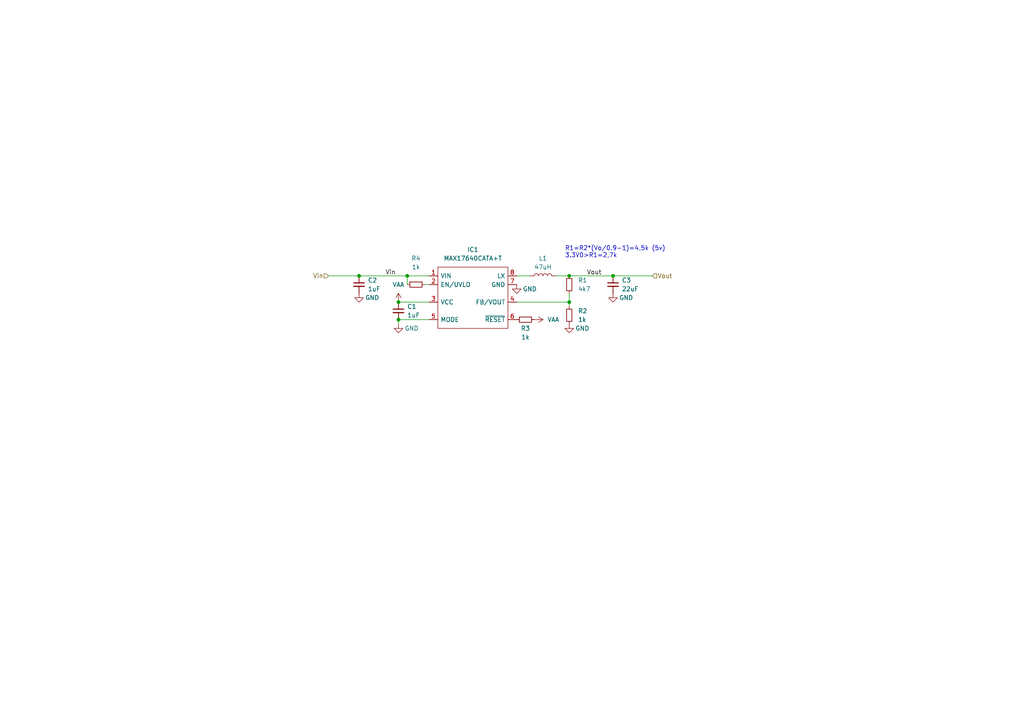
<source format=kicad_sch>
(kicad_sch (version 20231120) (generator "eeschema") (generator_version "8.0")
  (paper "A4")
  (title_block (title "Max17640") (date "2023-10-03") (rev "1.0") (company "Lykketronic"))
  (lib_symbols
    (symbol "Device:C_Small" (pin_numbers hide) (pin_names (offset 0.254) hide)
      (property "Reference" "C" (at 0.254 1.778 0))
      (property "Value" "C_Small" (at 0.254 -2.032 0))
      (symbol "C_Small_0_1"
        (polyline (pts (xy -1.524 -0.508) (xy 1.524 -0.508)) (stroke (width 0.3302)))
        (polyline (pts (xy -1.524 0.508) (xy 1.524 0.508)) (stroke (width 0.3048)))
      )
      (symbol "C_Small_1_1"
        (pin passive line (at 0 2.54 270) (length 2.032) (name "~") (number "1"))
        (pin passive line (at 0 -2.54 90) (length 2.032) (name "~") (number "2"))
      )
    )
    (symbol "Device:L" (pin_numbers hide) (pin_names (offset 1.016) hide)
      (property "Reference" "L" (at -1.27 0 90))
      (property "Value" "L" (at 1.905 0 90))
      (symbol "L_0_1"
        (arc (start 0 -2.54) (mid 0.6323 -1.905) (end 0 -1.27))
        (arc (start 0 -1.27) (mid 0.6323 -0.635) (end 0 0))
        (arc (start 0 0) (mid 0.6323 0.635) (end 0 1.27))
        (arc (start 0 1.27) (mid 0.6323 1.905) (end 0 2.54))
      )
      (symbol "L_1_1"
        (pin passive line (at 0 3.81 270) (length 1.27) (name "1") (number "1"))
        (pin passive line (at 0 -3.81 90) (length 1.27) (name "2") (number "2"))
      )
    )
    (symbol "Device:R_Small" (pin_numbers hide) (pin_names (offset 0.254) hide)
      (property "Reference" "R" (at 0.762 0.508 0))
      (property "Value" "R_Small" (at 0.762 -1.016 0))
      (symbol "R_Small_0_1"
        (rectangle (start -0.762 1.778) (end 0.762 -1.778) (stroke (width 0.2032)))
      )
      (symbol "R_Small_1_1"
        (pin passive line (at 0 2.54 270) (length 0.762) (name "~") (number "1"))
        (pin passive line (at 0 -2.54 90) (length 0.762) (name "~") (number "2"))
      )
    )
    (symbol "GL_DCDC:MAX17640CATA+T" (pin_names (offset 0.762))
      (property "Reference" "IC" (at 31.75 7.62 0))
      (property "Value" "MAX17640CATA+T" (at 31.75 5.08 0))
      (symbol "MAX17640CATA+T_0_1"
        (rectangle (start 5.08 2.54) (end 25.4 -15.24))
      )
      (symbol "MAX17640CATA+T_1_0"
        (pin passive line (at 2.54 0 0) (length 2.54) (name "VIN") (number "1"))
        (pin passive line (at 2.54 -2.54 0) (length 2.54) (name "EN/UVLO") (number "2"))
        (pin passive line (at 2.54 -7.62 0) (length 2.54) (name "VCC") (number "3"))
        (pin passive line (at 27.94 -7.62 180) (length 2.54) (name "FB/VOUT") (number "4"))
        (pin passive line (at 2.54 -12.7 0) (length 2.54) (name "MODE") (number "5"))
        (pin passive line (at 27.94 -12.7 180) (length 2.54) (name "~{RESET}") (number "6"))
        (pin passive line (at 27.94 -2.54 180) (length 2.54) (name "GND") (number "7"))
        (pin passive line (at 27.94 0 180) (length 2.54) (name "LX") (number "8"))
      )
    )
    (symbol "power:GND" (power) (pin_names (offset 0))
      (property "Value" "GND" (at 0 -3.81 0))
      (symbol "GND_0_1"
        (polyline (pts (xy 0 0) (xy 0 -1.27) (xy 1.27 -1.27) (xy 0 -2.54) (xy -1.27 -1.27) (xy 0 -1.27)))
      )
      (symbol "GND_1_1"
        (pin power_in line (at 0 0 270) (length 0) hide (name "GND") (number "1"))
      )
    )
    (symbol "power:VAA" (power) (pin_names (offset 0))
      (property "Value" "VAA" (at 0 3.81 0))
      (symbol "VAA_0_1"
        (polyline (pts (xy -0.762 1.27) (xy 0 2.54)))
        (polyline (pts (xy 0 0) (xy 0 2.54)))
        (polyline (pts (xy 0 2.54) (xy 0.762 1.27)))
      )
      (symbol "VAA_1_1"
        (pin power_in line (at 0 0 90) (length 0) hide (name "VAA") (number "1"))
      )
    )
  )
  (junction (at 115.57 87.63))
  (junction (at 177.8 80.01))
  (junction (at 165.1 80.01))
  (junction (at 165.1 87.63))
  (junction (at 104.14 80.01))
  (junction (at 118.11 80.01))
  (junction (at 115.57 92.71))
  (wire (pts (xy 165.1 80.01) (xy 177.8 80.01)))
  (wire (pts (xy 123.19 82.55) (xy 124.46 82.55)))
  (wire (pts (xy 165.1 87.63) (xy 165.1 88.9)))
  (wire (pts (xy 118.11 80.01) (xy 118.11 82.55)))
  (wire (pts (xy 161.29 80.01) (xy 165.1 80.01)))
  (wire (pts (xy 149.86 80.01) (xy 153.67 80.01)))
  (wire (pts (xy 115.57 87.63) (xy 124.46 87.63)))
  (wire (pts (xy 177.8 80.01) (xy 189.23 80.01)))
  (wire (pts (xy 118.11 80.01) (xy 124.46 80.01)))
  (wire (pts (xy 115.57 92.71) (xy 115.57 93.98)))
  (wire (pts (xy 165.1 85.09) (xy 165.1 87.63)))
  (wire (pts (xy 104.14 80.01) (xy 118.11 80.01)))
  (wire (pts (xy 115.57 92.71) (xy 124.46 92.71)))
  (wire (pts (xy 149.86 87.63) (xy 165.1 87.63)))
  (wire (pts (xy 95.25 80.01) (xy 104.14 80.01)))
  (text "R1=R2*(Vo/0.9-1)=4,5k (5v)\n3.3V0>R1=2,7k" (at 163.83 74.93 0) (effects (font (size 1.27 1.27)) (justify left bottom)))
  (label "Vin" (at 111.76 80.01 0))
  (label "Vout" (at 170.18 80.01 0))
  (hierarchical_label "Vin" (shape input) (at 95.25 80.01 180))
  (hierarchical_label "Vout" (shape input) (at 189.23 80.01 0))
  (symbol (lib_id "power:GND") (at 177.8 85.09 0) (unit 1)
    (property "Reference" "#PWR05" (effects (hide yes)))
    (property "Value" "GND" (at 181.61 86.36 0))
  )
  (symbol (lib_id "Device:R_Small") (at 165.1 82.55 0) (unit 1)
    (property "Reference" "R1" (at 167.64 81.28 0) (effects (justify left)))
    (property "Value" "4k7" (at 167.64 83.82 0) (effects (justify left)))
    (property "Footprint" "Capacitor_SMD:C_0603_1608Metric" (effects (hide yes)))
  )
  (symbol (lib_id "power:VAA") (at 115.57 87.63 0) (unit 1)
    (property "Reference" "#PWR06" (effects (hide yes)))
    (property "Value" "VAA" (at 115.57 82.55 0))
  )
  (symbol (lib_id "GL_DCDC:MAX17640CATA+T") (at 121.92 80.01 0) (unit 1)
    (property "Reference" "IC1" (at 137.16 72.39 0))
    (property "Value" "MAX17640CATA+T" (at 137.16 74.93 0))
    (property "Footprint" "GL_DCDC:TDFN-8" (effects (hide yes)))
    (property "Datasheet" "https://datasheets.maximintegrated.com/en/ds/MAX17640.pdf" (effects (hide yes)))
    (property "Description" "60V, 400mA, Ultra-Small, High-Efficiency, Synchronous Step-Down DC-DC Converters" (effects (hide yes)))
    (property "Height" "0.8" (effects (hide yes)))
    (property "Mouser Part Number" "700-MAX17640CATAT" (effects (hide yes)))
    (property "Mouser Price/Stock" "https://www.mouser.co.uk/ProductDetail/Analog-Devices-Maxim-Integrated/MAX17640CATA%2bT?qs=Jslch3jnSjnPpYrboX%2F3Aw%3D%3D" (effects (hide yes)))
    (property "Manufacturer_Name" "Analog Devices" (effects (hide yes)))
    (property "Manufacturer_Part_Number" "MAX17640CATA+T" (effects (hide yes)))
  )
  (symbol (lib_id "Device:C_Small") (at 115.57 90.17 0) (unit 1)
    (property "Reference" "C1" (at 118.11 88.9063 0) (effects (justify left)))
    (property "Value" "1uF" (at 118.11 91.4463 0) (effects (justify left)))
    (property "Footprint" "Capacitor_SMD:C_1206_3216Metric" (effects (hide yes)))
  )
  (symbol (lib_id "power:GND") (at 149.86 82.55 0) (unit 1)
    (property "Reference" "#PWR01" (effects (hide yes)))
    (property "Value" "GND" (at 153.67 83.82 0))
  )
  (symbol (lib_id "power:GND") (at 104.14 85.09 0) (unit 1)
    (property "Reference" "#PWR04" (effects (hide yes)))
    (property "Value" "GND" (at 107.95 86.36 0))
  )
  (symbol (lib_id "power:VAA") (at 154.94 92.71 270) (unit 1)
    (property "Reference" "#PWR07" (effects (hide yes)))
    (property "Value" "VAA" (at 158.75 92.71 90) (effects (justify left)))
  )
  (symbol (lib_id "power:GND") (at 115.57 93.98 0) (unit 1)
    (property "Reference" "#PWR03" (effects (hide yes)))
    (property "Value" "GND" (at 119.38 95.25 0))
  )
  (symbol (lib_id "power:GND") (at 165.1 93.98 0) (unit 1)
    (property "Reference" "#PWR02" (effects (hide yes)))
    (property "Value" "GND" (at 168.91 95.25 0))
  )
  (symbol (lib_id "Device:C_Small") (at 177.8 82.55 0) (unit 1)
    (property "Reference" "C3" (at 180.34 81.2863 0) (effects (justify left)))
    (property "Value" "22uF" (at 180.34 83.8263 0) (effects (justify left)))
    (property "Footprint" "Capacitor_SMD:C_1206_3216Metric" (effects (hide yes)))
  )
  (symbol (lib_id "Device:C_Small") (at 104.14 82.55 0) (unit 1)
    (property "Reference" "C2" (at 106.68 81.2863 0) (effects (justify left)))
    (property "Value" "1uF" (at 106.68 83.8263 0) (effects (justify left)))
    (property "Footprint" "Capacitor_SMD:C_1206_3216Metric" (effects (hide yes)))
    (property "Datasheet" "https://nl.mouser.com/datasheet/2/447/KEM_C1078_X7R_FT_CAP_AUTO_SMD-3316638.pdf" (effects (hide yes)))
    (property "Voltage Rating" "100V" (effects (hide yes)))
    (property "Mfr" "C1206X105K1RACAUTO" (effects (hide yes)))
    (property "Mouser" "80-C1206X105K1RAUTO" (effects (hide yes)))
  )
  (symbol (lib_id "Device:R_Small") (at 120.65 82.55 90) (unit 1)
    (property "Reference" "R4" (at 120.65 74.93 90))
    (property "Value" "1k" (at 120.65 77.47 90))
    (property "Footprint" "Capacitor_SMD:C_0603_1608Metric" (effects (hide yes)))
  )
  (symbol (lib_id "Device:R_Small") (at 152.4 92.71 90) (unit 1)
    (property "Reference" "R3" (at 152.4 95.25 90))
    (property "Value" "1k" (at 152.4 97.79 90))
    (property "Footprint" "Capacitor_SMD:C_0603_1608Metric" (effects (hide yes)))
  )
  (symbol (lib_id "Device:R_Small") (at 165.1 91.44 0) (unit 1)
    (property "Reference" "R2" (at 167.64 90.17 0) (effects (justify left)))
    (property "Value" "1k" (at 167.64 92.71 0) (effects (justify left)))
    (property "Footprint" "Capacitor_SMD:C_0603_1608Metric" (effects (hide yes)))
  )
  (symbol (lib_id "Device:L") (at 157.48 80.01 90) (unit 1)
    (property "Reference" "L1" (at 157.48 74.93 90))
    (property "Value" "47uH" (at 157.48 77.47 90))
    (property "Footprint" "GL_DCDC:74404054470" (effects (hide yes)))
    (property "Datasheet" "https://www.we-online.com/components/products/datasheet/74404054470.pdf" (effects (hide yes)))
    (property "Mfr" "74404054470" (effects (hide yes)))
  )
)
</source>
